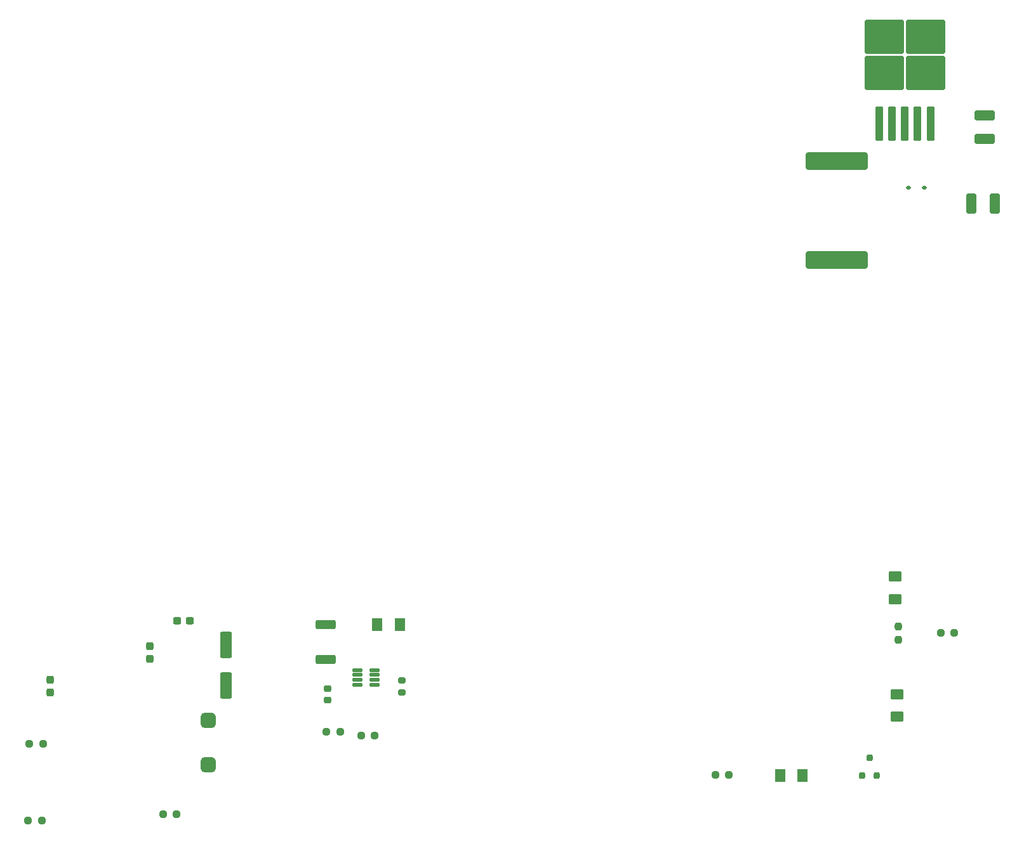
<source format=gbr>
%TF.GenerationSoftware,KiCad,Pcbnew,9.0.0*%
%TF.CreationDate,2026-02-12T20:53:49+05:30*%
%TF.ProjectId,pcb,7063622e-6b69-4636-9164-5f7063625858,rev?*%
%TF.SameCoordinates,Original*%
%TF.FileFunction,Paste,Top*%
%TF.FilePolarity,Positive*%
%FSLAX46Y46*%
G04 Gerber Fmt 4.6, Leading zero omitted, Abs format (unit mm)*
G04 Created by KiCad (PCBNEW 9.0.0) date 2026-02-12 20:53:49*
%MOMM*%
%LPD*%
G01*
G04 APERTURE LIST*
G04 Aperture macros list*
%AMRoundRect*
0 Rectangle with rounded corners*
0 $1 Rounding radius*
0 $2 $3 $4 $5 $6 $7 $8 $9 X,Y pos of 4 corners*
0 Add a 4 corners polygon primitive as box body*
4,1,4,$2,$3,$4,$5,$6,$7,$8,$9,$2,$3,0*
0 Add four circle primitives for the rounded corners*
1,1,$1+$1,$2,$3*
1,1,$1+$1,$4,$5*
1,1,$1+$1,$6,$7*
1,1,$1+$1,$8,$9*
0 Add four rect primitives between the rounded corners*
20,1,$1+$1,$2,$3,$4,$5,0*
20,1,$1+$1,$4,$5,$6,$7,0*
20,1,$1+$1,$6,$7,$8,$9,0*
20,1,$1+$1,$8,$9,$2,$3,0*%
G04 Aperture macros list end*
%ADD10RoundRect,0.250000X-1.075000X0.362500X-1.075000X-0.362500X1.075000X-0.362500X1.075000X0.362500X0*%
%ADD11RoundRect,0.250001X0.624999X-0.462499X0.624999X0.462499X-0.624999X0.462499X-0.624999X-0.462499X0*%
%ADD12RoundRect,0.250001X-0.462499X-0.624999X0.462499X-0.624999X0.462499X0.624999X-0.462499X0.624999X0*%
%ADD13RoundRect,0.237500X0.250000X0.237500X-0.250000X0.237500X-0.250000X-0.237500X0.250000X-0.237500X0*%
%ADD14RoundRect,0.250000X0.300000X-2.050000X0.300000X2.050000X-0.300000X2.050000X-0.300000X-2.050000X0*%
%ADD15RoundRect,0.250000X2.375000X-2.025000X2.375000X2.025000X-2.375000X2.025000X-2.375000X-2.025000X0*%
%ADD16RoundRect,0.250000X-0.412500X-1.100000X0.412500X-1.100000X0.412500X1.100000X-0.412500X1.100000X0*%
%ADD17RoundRect,0.237500X-0.237500X0.250000X-0.237500X-0.250000X0.237500X-0.250000X0.237500X0.250000X0*%
%ADD18RoundRect,0.249999X-3.880001X0.895001X-3.880001X-0.895001X3.880001X-0.895001X3.880001X0.895001X0*%
%ADD19RoundRect,0.237500X-0.300000X-0.237500X0.300000X-0.237500X0.300000X0.237500X-0.300000X0.237500X0*%
%ADD20RoundRect,0.200000X0.200000X-0.250000X0.200000X0.250000X-0.200000X0.250000X-0.200000X-0.250000X0*%
%ADD21RoundRect,0.225000X0.250000X-0.225000X0.250000X0.225000X-0.250000X0.225000X-0.250000X-0.225000X0*%
%ADD22RoundRect,0.237500X-0.250000X-0.237500X0.250000X-0.237500X0.250000X0.237500X-0.250000X0.237500X0*%
%ADD23RoundRect,0.200000X-0.275000X0.200000X-0.275000X-0.200000X0.275000X-0.200000X0.275000X0.200000X0*%
%ADD24RoundRect,0.250000X-1.100000X0.412500X-1.100000X-0.412500X1.100000X-0.412500X1.100000X0.412500X0*%
%ADD25RoundRect,0.250000X0.550000X-1.500000X0.550000X1.500000X-0.550000X1.500000X-0.550000X-1.500000X0*%
%ADD26RoundRect,0.125000X-0.537500X-0.125000X0.537500X-0.125000X0.537500X0.125000X-0.537500X0.125000X0*%
%ADD27RoundRect,0.500000X0.500000X-0.500000X0.500000X0.500000X-0.500000X0.500000X-0.500000X-0.500000X0*%
%ADD28RoundRect,0.112500X0.187500X0.112500X-0.187500X0.112500X-0.187500X-0.112500X0.187500X-0.112500X0*%
%ADD29RoundRect,0.237500X-0.237500X0.300000X-0.237500X-0.300000X0.237500X-0.300000X0.237500X0.300000X0*%
G04 APERTURE END LIST*
D10*
%TO.C,R6*%
X161957500Y-120722500D03*
X161957500Y-125347500D03*
%TD*%
D11*
%TO.C,D8*%
X237940000Y-117275000D03*
X237940000Y-114300000D03*
%TD*%
D12*
%TO.C,D9*%
X222615000Y-140850000D03*
X225590000Y-140850000D03*
%TD*%
D13*
%TO.C,R10*%
X124115000Y-146835000D03*
X122290000Y-146835000D03*
%TD*%
D14*
%TO.C,U5*%
X235830000Y-53780000D03*
X237530000Y-53780000D03*
X239230000Y-53780000D03*
D15*
X236455000Y-47055000D03*
X242005000Y-47055000D03*
X236455000Y-42205000D03*
X242005000Y-42205000D03*
D14*
X240930000Y-53780000D03*
X242630000Y-53780000D03*
%TD*%
D16*
%TO.C,C10*%
X248082500Y-64475000D03*
X251207500Y-64475000D03*
%TD*%
D17*
%TO.C,R12*%
X238320000Y-120937500D03*
X238320000Y-122762500D03*
%TD*%
D18*
%TO.C,L1*%
X230135000Y-58820000D03*
X230135000Y-72030000D03*
%TD*%
D19*
%TO.C,C6*%
X142150000Y-120155000D03*
X143875000Y-120155000D03*
%TD*%
D20*
%TO.C,Q3*%
X233560000Y-140890000D03*
X235460000Y-140890000D03*
X234510000Y-138490000D03*
%TD*%
D13*
%TO.C,R11*%
X124275000Y-136595000D03*
X122450000Y-136595000D03*
%TD*%
D21*
%TO.C,C4*%
X162237500Y-130780000D03*
X162237500Y-129230000D03*
%TD*%
D22*
%TO.C,R13*%
X243987500Y-121760000D03*
X245812500Y-121760000D03*
%TD*%
%TO.C,R9*%
X140280000Y-146005000D03*
X142105000Y-146005000D03*
%TD*%
D23*
%TO.C,R8*%
X172127500Y-128120000D03*
X172127500Y-129770000D03*
%TD*%
D22*
%TO.C,R4*%
X162085000Y-134992500D03*
X163910000Y-134992500D03*
%TD*%
D24*
%TO.C,C9*%
X249905000Y-52722500D03*
X249905000Y-55847500D03*
%TD*%
D12*
%TO.C,D6*%
X168882500Y-120705000D03*
X171857500Y-120705000D03*
%TD*%
D22*
%TO.C,R14*%
X213937500Y-140760000D03*
X215762500Y-140760000D03*
%TD*%
D25*
%TO.C,C5*%
X148672500Y-128815000D03*
X148672500Y-123415000D03*
%TD*%
D26*
%TO.C,U2*%
X166257500Y-126775000D03*
X166257500Y-127425000D03*
X166257500Y-128075000D03*
X166257500Y-128725000D03*
X168532500Y-128725000D03*
X168532500Y-128075000D03*
X168532500Y-127425000D03*
X168532500Y-126775000D03*
%TD*%
D22*
%TO.C,R5*%
X166715000Y-135552500D03*
X168540000Y-135552500D03*
%TD*%
D27*
%TO.C,SW1*%
X146312500Y-139445000D03*
X146312500Y-133445000D03*
%TD*%
D11*
%TO.C,D7*%
X238190000Y-133005000D03*
X238190000Y-130030000D03*
%TD*%
D28*
%TO.C,D10*%
X241835000Y-62355000D03*
X239735000Y-62355000D03*
%TD*%
D29*
%TO.C,C8*%
X125252500Y-128052500D03*
X125252500Y-129777500D03*
%TD*%
%TO.C,C7*%
X138512500Y-123582500D03*
X138512500Y-125307500D03*
%TD*%
M02*

</source>
